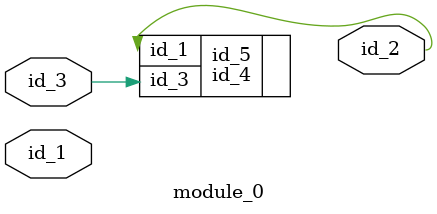
<source format=v>
module module_0 (
    id_1,
    id_2,
    id_3
);
  input id_3;
  output id_2;
  input id_1;
  id_4 id_5 (
      .id_1(id_3),
      .id_1(id_2),
      .id_3(id_3)
  );
  always @(posedge id_2)
    if (1) begin
    end
  id_6 id_7 ();
endmodule

</source>
